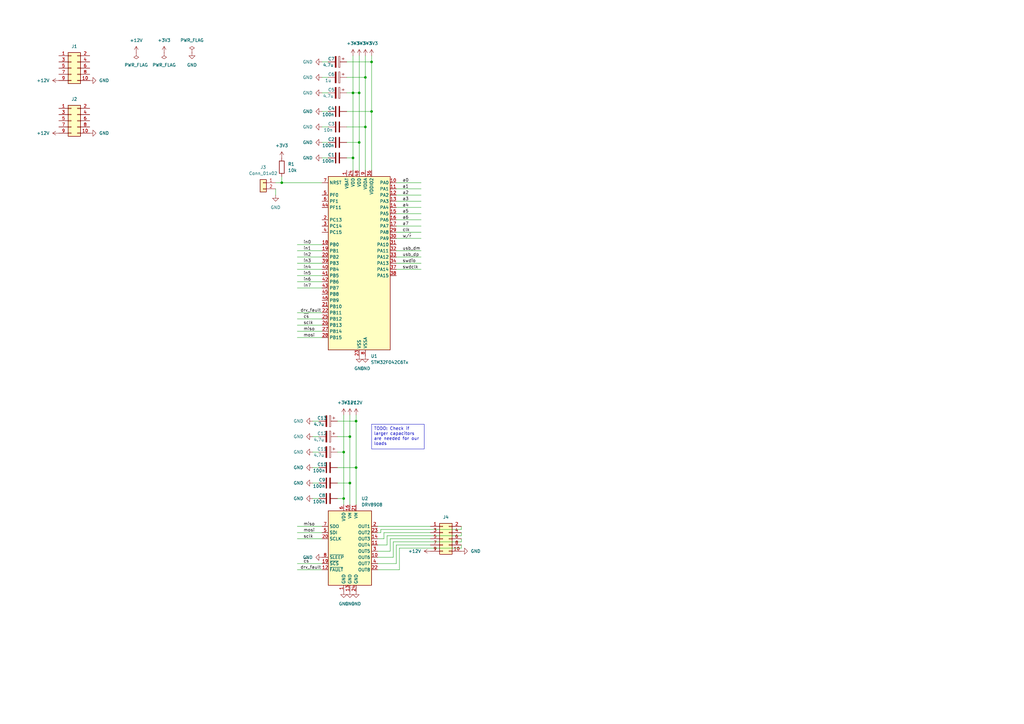
<source format=kicad_sch>
(kicad_sch (version 20230121) (generator eeschema)
  (paper "A3")
  (lib_symbols
    (symbol "Connector_Generic:Conn_01x02" (pin_names (offset 1.016) hide)
      (property "Reference" "J" (at 0 2.54 0))
      (property "Value" "Conn_01x02" (at 0 -5.08 0))
      (symbol "Conn_01x02_1_1"
        (rectangle (start -1.27 -2.413) (end 0 -2.667) (stroke (width 0.1524)))
        (rectangle (start -1.27 0.127) (end 0 -0.127) (stroke (width 0.1524)))
        (rectangle (start -1.27 1.27) (end 1.27 -3.81) (stroke (width 0.254)) (fill (type background)))
        (pin passive line (at -5.08 0 0) (length 3.81) (name "Pin_1") (number "1"))
        (pin passive line (at -5.08 -2.54 0) (length 3.81) (name "Pin_2") (number "2"))
      )
    )
    (symbol "Connector_Generic:Conn_02x05_Odd_Even" (pin_names (offset 1.016) hide)
      (property "Reference" "J" (at 1.27 7.62 0))
      (property "Value" "Conn_02x05_Odd_Even" (at 1.27 -7.62 0))
      (symbol "Conn_02x05_Odd_Even_1_1"
        (rectangle (start -1.27 -4.953) (end 0 -5.207) (stroke (width 0.1524)))
        (rectangle (start -1.27 -2.413) (end 0 -2.667) (stroke (width 0.1524)))
        (rectangle (start -1.27 0.127) (end 0 -0.127) (stroke (width 0.1524)))
        (rectangle (start -1.27 2.667) (end 0 2.413) (stroke (width 0.1524)))
        (rectangle (start -1.27 5.207) (end 0 4.953) (stroke (width 0.1524)))
        (rectangle (start -1.27 6.35) (end 3.81 -6.35) (stroke (width 0.254)) (fill (type background)))
        (rectangle (start 3.81 -4.953) (end 2.54 -5.207) (stroke (width 0.1524)))
        (rectangle (start 3.81 -2.413) (end 2.54 -2.667) (stroke (width 0.1524)))
        (rectangle (start 3.81 0.127) (end 2.54 -0.127) (stroke (width 0.1524)))
        (rectangle (start 3.81 2.667) (end 2.54 2.413) (stroke (width 0.1524)))
        (rectangle (start 3.81 5.207) (end 2.54 4.953) (stroke (width 0.1524)))
        (pin passive line (at -5.08 5.08 0) (length 3.81) (name "Pin_1") (number "1"))
        (pin passive line (at 7.62 -5.08 180) (length 3.81) (name "Pin_10") (number "10"))
        (pin passive line (at 7.62 5.08 180) (length 3.81) (name "Pin_2") (number "2"))
        (pin passive line (at -5.08 2.54 0) (length 3.81) (name "Pin_3") (number "3"))
        (pin passive line (at 7.62 2.54 180) (length 3.81) (name "Pin_4") (number "4"))
        (pin passive line (at -5.08 0 0) (length 3.81) (name "Pin_5") (number "5"))
        (pin passive line (at 7.62 0 180) (length 3.81) (name "Pin_6") (number "6"))
        (pin passive line (at -5.08 -2.54 0) (length 3.81) (name "Pin_7") (number "7"))
        (pin passive line (at 7.62 -2.54 180) (length 3.81) (name "Pin_8") (number "8"))
        (pin passive line (at -5.08 -5.08 0) (length 3.81) (name "Pin_9") (number "9"))
      )
    )
    (symbol "Device:C" (pin_numbers hide) (pin_names (offset 0.254))
      (property "Reference" "C" (at 0.635 2.54 0))
      (property "Value" "C" (at 0.635 -2.54 0))
      (symbol "C_0_1"
        (polyline (pts (xy -2.032 -0.762) (xy 2.032 -0.762)) (stroke (width 0.508)))
        (polyline (pts (xy -2.032 0.762) (xy 2.032 0.762)) (stroke (width 0.508)))
      )
      (symbol "C_1_1"
        (pin passive line (at 0 3.81 270) (length 2.794) (name "~") (number "1"))
        (pin passive line (at 0 -3.81 90) (length 2.794) (name "~") (number "2"))
      )
    )
    (symbol "Device:C_Polarized" (pin_numbers hide) (pin_names (offset 0.254))
      (property "Reference" "C" (at 0.635 2.54 0))
      (property "Value" "C_Polarized" (at 0.635 -2.54 0))
      (symbol "C_Polarized_0_1"
        (rectangle (start -2.286 0.508) (end 2.286 1.016))
        (polyline (pts (xy -1.778 2.286) (xy -0.762 2.286)))
        (polyline (pts (xy -1.27 2.794) (xy -1.27 1.778)))
        (rectangle (start 2.286 -0.508) (end -2.286 -1.016) (fill (type outline)))
      )
      (symbol "C_Polarized_1_1"
        (pin passive line (at 0 3.81 270) (length 2.794) (name "~") (number "1"))
        (pin passive line (at 0 -3.81 90) (length 2.794) (name "~") (number "2"))
      )
    )
    (symbol "Device:R" (pin_numbers hide) (pin_names (offset 0))
      (property "Reference" "R" (at 2.032 0 90))
      (property "Value" "R" (at 0 0 90))
      (symbol "R_0_1"
        (rectangle (start -1.016 -2.54) (end 1.016 2.54) (stroke (width 0.254)))
      )
      (symbol "R_1_1"
        (pin passive line (at 0 3.81 270) (length 1.27) (name "~") (number "1"))
        (pin passive line (at 0 -3.81 90) (length 1.27) (name "~") (number "2"))
      )
    )
    (symbol "MCU_ST_STM32F0:STM32F042C6Tx"
      (property "Reference" "U" (at -12.7 36.83 0))
      (property "Value" "STM32F042C6Tx" (at 7.62 36.83 0))
      (symbol "STM32F042C6Tx_0_1"
        (rectangle (start -12.7 -35.56) (end 12.7 35.56) (stroke (width 0.254)) (fill (type background)))
      )
      (symbol "STM32F042C6Tx_1_1"
        (pin power_in line (at -5.08 38.1 270) (length 2.54) (name "VBAT") (number "1"))
        (pin bidirectional line (at 15.24 33.02 180) (length 2.54) (name "PA0") (number "10"))
        (pin bidirectional line (at 15.24 30.48 180) (length 2.54) (name "PA1") (number "11"))
        (pin bidirectional line (at 15.24 27.94 180) (length 2.54) (name "PA2") (number "12"))
        (pin bidirectional line (at 15.24 25.4 180) (length 2.54) (name "PA3") (number "13"))
        (pin bidirectional line (at 15.24 22.86 180) (length 2.54) (name "PA4") (number "14"))
        (pin bidirectional line (at 15.24 20.32 180) (length 2.54) (name "PA5") (number "15"))
        (pin bidirectional line (at 15.24 17.78 180) (length 2.54) (name "PA6") (number "16"))
        (pin bidirectional line (at 15.24 15.24 180) (length 2.54) (name "PA7") (number "17"))
        (pin bidirectional line (at -15.24 7.62 0) (length 2.54) (name "PB0") (number "18"))
        (pin bidirectional line (at -15.24 5.08 0) (length 2.54) (name "PB1") (number "19"))
        (pin bidirectional line (at -15.24 17.78 0) (length 2.54) (name "PC13") (number "2"))
        (pin bidirectional line (at -15.24 2.54 0) (length 2.54) (name "PB2") (number "20"))
        (pin bidirectional line (at -15.24 -17.78 0) (length 2.54) (name "PB10") (number "21"))
        (pin bidirectional line (at -15.24 -20.32 0) (length 2.54) (name "PB11") (number "22"))
        (pin power_in line (at 0 -38.1 90) (length 2.54) (name "VSS") (number "23"))
        (pin power_in line (at -2.54 38.1 270) (length 2.54) (name "VDD") (number "24"))
        (pin bidirectional line (at -15.24 -22.86 0) (length 2.54) (name "PB12") (number "25"))
        (pin bidirectional line (at -15.24 -25.4 0) (length 2.54) (name "PB13") (number "26"))
        (pin bidirectional line (at -15.24 -27.94 0) (length 2.54) (name "PB14") (number "27"))
        (pin bidirectional line (at -15.24 -30.48 0) (length 2.54) (name "PB15") (number "28"))
        (pin bidirectional line (at 15.24 12.7 180) (length 2.54) (name "PA8") (number "29"))
        (pin bidirectional line (at -15.24 15.24 0) (length 2.54) (name "PC14") (number "3"))
        (pin bidirectional line (at 15.24 10.16 180) (length 2.54) (name "PA9") (number "30"))
        (pin bidirectional line (at 15.24 7.62 180) (length 2.54) (name "PA10") (number "31"))
        (pin bidirectional line (at 15.24 5.08 180) (length 2.54) (name "PA11") (number "32"))
        (pin bidirectional line (at 15.24 2.54 180) (length 2.54) (name "PA12") (number "33"))
        (pin bidirectional line (at 15.24 0 180) (length 2.54) (name "PA13") (number "34"))
        (pin passive line (at 0 -38.1 90) (length 2.54) hide (name "VSS") (number "35"))
        (pin power_in line (at 5.08 38.1 270) (length 2.54) (name "VDDIO2") (number "36"))
        (pin bidirectional line (at 15.24 -2.54 180) (length 2.54) (name "PA14") (number "37"))
        (pin bidirectional line (at 15.24 -5.08 180) (length 2.54) (name "PA15") (number "38"))
        (pin bidirectional line (at -15.24 0 0) (length 2.54) (name "PB3") (number "39"))
        (pin bidirectional line (at -15.24 12.7 0) (length 2.54) (name "PC15") (number "4"))
        (pin bidirectional line (at -15.24 -2.54 0) (length 2.54) (name "PB4") (number "40"))
        (pin bidirectional line (at -15.24 -5.08 0) (length 2.54) (name "PB5") (number "41"))
        (pin bidirectional line (at -15.24 -7.62 0) (length 2.54) (name "PB6") (number "42"))
        (pin bidirectional line (at -15.24 -10.16 0) (length 2.54) (name "PB7") (number "43"))
        (pin bidirectional line (at -15.24 22.86 0) (length 2.54) (name "PF11") (number "44"))
        (pin bidirectional line (at -15.24 -12.7 0) (length 2.54) (name "PB8") (number "45"))
        (pin bidirectional line (at -15.24 -15.24 0) (length 2.54) (name "PB9") (number "46"))
        (pin passive line (at 0 -38.1 90) (length 2.54) hide (name "VSS") (number "47"))
        (pin power_in line (at 0 38.1 270) (length 2.54) (name "VDD") (number "48"))
        (pin bidirectional line (at -15.24 27.94 0) (length 2.54) (name "PF0") (number "5"))
        (pin bidirectional line (at -15.24 25.4 0) (length 2.54) (name "PF1") (number "6"))
        (pin input line (at -15.24 33.02 0) (length 2.54) (name "NRST") (number "7"))
        (pin power_in line (at 2.54 -38.1 90) (length 2.54) (name "VSSA") (number "8"))
        (pin power_in line (at 2.54 38.1 270) (length 2.54) (name "VDDA") (number "9"))
      )
    )
    (symbol "drv8908:DRV8908"
      (property "Reference" "U" (at 5.08 -17.78 0))
      (property "Value" "DRV8908" (at 5.08 -20.32 0))
      (symbol "DRV8908_1_1"
        (rectangle (start -8.89 15.24) (end 8.89 -15.24) (stroke (width 0.254)) (fill (type background)))
        (pin passive line (at -2.54 -17.78 90) (length 2.54) (name "GND") (number "1"))
        (pin output line (at 11.43 -3.81 180) (length 2.54) (name "OUT6") (number "10"))
        (pin output line (at 11.43 1.27 180) (length 2.54) (name "OUT4") (number "11"))
        (pin output line (at -11.43 -8.89 0) (length 2.54) (name "~{FAULT}") (number "12"))
        (pin passive line (at 0 -17.78 90) (length 2.54) (name "GND") (number "13"))
        (pin output line (at 11.43 3.81 180) (length 2.54) (name "OUT3") (number "14"))
        (pin power_in line (at 0 17.78 270) (length 2.54) (name "VM") (number "16"))
        (pin input line (at -11.43 -6.35 0) (length 2.54) (name "~{SCS}") (number "19"))
        (pin output line (at 11.43 8.89 180) (length 2.54) (name "OUT1") (number "2"))
        (pin input line (at -11.43 3.81 0) (length 2.54) (name "SCLK") (number "20"))
        (pin power_in line (at 2.54 17.78 270) (length 2.54) (name "VM") (number "21"))
        (pin output line (at 11.43 -8.89 180) (length 2.54) (name "OUT8") (number "22"))
        (pin output line (at 11.43 6.35 180) (length 2.54) (name "OUT2") (number "23"))
        (pin passive line (at 2.54 -17.78 90) (length 2.54) (name "GND") (number "24"))
        (pin output line (at 11.43 -1.27 180) (length 2.54) (name "OUT5") (number "3"))
        (pin output line (at 11.43 -6.35 180) (length 2.54) (name "OUT7") (number "4"))
        (pin input line (at -11.43 6.35 0) (length 2.54) (name "SDI") (number "5"))
        (pin power_in line (at -2.54 17.78 270) (length 2.54) (name "VDD") (number "6"))
        (pin output line (at -11.43 8.89 0) (length 2.54) (name "SDO") (number "7"))
        (pin input line (at -11.43 -3.81 0) (length 2.54) (name "~{SLEEP}") (number "8"))
      )
    )
    (symbol "power:+12V" (power) (pin_names (offset 0))
      (property "Value" "+12V" (at 0 3.556 0))
      (symbol "+12V_0_1"
        (polyline (pts (xy -0.762 1.27) (xy 0 2.54)))
        (polyline (pts (xy 0 0) (xy 0 2.54)))
        (polyline (pts (xy 0 2.54) (xy 0.762 1.27)))
      )
      (symbol "+12V_1_1"
        (pin power_in line (at 0 0 90) (length 0) hide (name "+12V") (number "1"))
      )
    )
    (symbol "power:+3V3" (power) (pin_names (offset 0))
      (property "Value" "+3V3" (at 0 3.556 0))
      (symbol "+3V3_0_1"
        (polyline (pts (xy -0.762 1.27) (xy 0 2.54)))
        (polyline (pts (xy 0 0) (xy 0 2.54)))
        (polyline (pts (xy 0 2.54) (xy 0.762 1.27)))
      )
      (symbol "+3V3_1_1"
        (pin power_in line (at 0 0 90) (length 0) hide (name "+3V3") (number "1"))
      )
    )
    (symbol "power:GND" (power) (pin_names (offset 0))
      (property "Value" "GND" (at 0 -3.81 0))
      (symbol "GND_0_1"
        (polyline (pts (xy 0 0) (xy 0 -1.27) (xy 1.27 -1.27) (xy 0 -2.54) (xy -1.27 -1.27) (xy 0 -1.27)))
      )
      (symbol "GND_1_1"
        (pin power_in line (at 0 0 270) (length 0) hide (name "GND") (number "1"))
      )
    )
    (symbol "power:PWR_FLAG" (power) (pin_numbers hide) (pin_names (offset 0) hide)
      (property "Value" "PWR_FLAG" (at 0 3.81 0))
      (symbol "PWR_FLAG_0_0"
        (pin power_out line (at 0 0 90) (length 0) (name "pwr") (number "1"))
      )
      (symbol "PWR_FLAG_0_1"
        (polyline (pts (xy 0 0) (xy 0 1.27) (xy -1.016 1.905) (xy 0 2.54) (xy 1.016 1.905) (xy 0 1.27)))
      )
    )
  )
  (junction (at 144.78 38.1))
  (junction (at 143.51 179.07))
  (junction (at 147.32 58.42))
  (junction (at 143.51 198.12))
  (junction (at 115.57 74.93))
  (junction (at 140.97 204.47))
  (junction (at 140.97 185.42))
  (junction (at 147.32 38.1))
  (junction (at 146.05 191.77))
  (junction (at 149.86 52.07))
  (junction (at 152.4 45.72))
  (junction (at 149.86 31.75))
  (junction (at 146.05 172.72))
  (junction (at 152.4 25.4))
  (junction (at 144.78 64.77))
  (wire (pts (xy 121.92 110.49) (xy 132.08 110.49)))
  (wire (pts (xy 138.43 185.42) (xy 140.97 185.42)))
  (wire (pts (xy 161.29 222.25) (xy 189.23 222.25)))
  (wire (pts (xy 142.24 64.77) (xy 144.78 64.77)))
  (wire (pts (xy 160.02 226.06) (xy 160.02 220.98)))
  (wire (pts (xy 121.92 135.89) (xy 132.08 135.89)))
  (wire (pts (xy 128.27 172.72) (xy 130.81 172.72)))
  (wire (pts (xy 152.4 25.4) (xy 152.4 45.72)))
  (wire (pts (xy 157.48 218.44) (xy 176.53 218.44)))
  (wire (pts (xy 143.51 170.18) (xy 143.51 179.07)))
  (wire (pts (xy 140.97 170.18) (xy 140.97 185.42)))
  (wire (pts (xy 163.83 224.79) (xy 189.23 224.79)))
  (wire (pts (xy 162.56 97.79) (xy 172.72 97.79)))
  (wire (pts (xy 161.29 228.6) (xy 161.29 222.25)))
  (wire (pts (xy 121.92 107.95) (xy 132.08 107.95)))
  (wire (pts (xy 121.92 138.43) (xy 132.08 138.43)))
  (wire (pts (xy 146.05 172.72) (xy 146.05 191.77)))
  (wire (pts (xy 142.24 52.07) (xy 149.86 52.07)))
  (wire (pts (xy 149.86 31.75) (xy 149.86 52.07)))
  (wire (pts (xy 189.23 217.17) (xy 189.23 215.9)))
  (wire (pts (xy 154.94 218.44) (xy 156.21 218.44)))
  (wire (pts (xy 189.23 222.25) (xy 189.23 220.98)))
  (wire (pts (xy 121.92 128.27) (xy 132.08 128.27)))
  (wire (pts (xy 162.56 102.87) (xy 172.72 102.87)))
  (wire (pts (xy 189.23 224.79) (xy 189.23 223.52)))
  (wire (pts (xy 142.24 25.4) (xy 152.4 25.4)))
  (wire (pts (xy 121.92 113.03) (xy 132.08 113.03)))
  (wire (pts (xy 149.86 22.86) (xy 149.86 31.75)))
  (wire (pts (xy 144.78 22.86) (xy 144.78 38.1)))
  (wire (pts (xy 121.92 220.98) (xy 132.08 220.98)))
  (wire (pts (xy 162.56 231.14) (xy 162.56 223.52)))
  (wire (pts (xy 162.56 92.71) (xy 172.72 92.71)))
  (wire (pts (xy 189.23 219.71) (xy 189.23 218.44)))
  (wire (pts (xy 132.08 58.42) (xy 134.62 58.42)))
  (wire (pts (xy 154.94 220.98) (xy 157.48 220.98)))
  (wire (pts (xy 152.4 45.72) (xy 152.4 69.85)))
  (wire (pts (xy 147.32 38.1) (xy 147.32 58.42)))
  (wire (pts (xy 163.83 233.68) (xy 163.83 224.79)))
  (wire (pts (xy 154.94 215.9) (xy 176.53 215.9)))
  (wire (pts (xy 121.92 215.9) (xy 132.08 215.9)))
  (wire (pts (xy 113.03 77.47) (xy 113.03 80.01)))
  (wire (pts (xy 121.92 118.11) (xy 132.08 118.11)))
  (wire (pts (xy 128.27 204.47) (xy 130.81 204.47)))
  (wire (pts (xy 113.03 74.93) (xy 115.57 74.93)))
  (wire (pts (xy 152.4 22.86) (xy 152.4 25.4)))
  (wire (pts (xy 128.27 198.12) (xy 130.81 198.12)))
  (wire (pts (xy 154.94 233.68) (xy 163.83 233.68)))
  (wire (pts (xy 115.57 74.93) (xy 115.57 72.39)))
  (wire (pts (xy 156.21 218.44) (xy 156.21 217.17)))
  (wire (pts (xy 162.56 74.93) (xy 172.72 74.93)))
  (wire (pts (xy 132.08 74.93) (xy 115.57 74.93)))
  (wire (pts (xy 140.97 185.42) (xy 140.97 204.47)))
  (wire (pts (xy 147.32 22.86) (xy 147.32 38.1)))
  (wire (pts (xy 138.43 204.47) (xy 140.97 204.47)))
  (wire (pts (xy 121.92 130.81) (xy 132.08 130.81)))
  (wire (pts (xy 128.27 185.42) (xy 130.81 185.42)))
  (wire (pts (xy 160.02 220.98) (xy 176.53 220.98)))
  (wire (pts (xy 162.56 90.17) (xy 172.72 90.17)))
  (wire (pts (xy 157.48 220.98) (xy 157.48 218.44)))
  (wire (pts (xy 162.56 77.47) (xy 172.72 77.47)))
  (wire (pts (xy 132.08 38.1) (xy 134.62 38.1)))
  (wire (pts (xy 140.97 204.47) (xy 140.97 207.01)))
  (wire (pts (xy 162.56 80.01) (xy 172.72 80.01)))
  (wire (pts (xy 143.51 198.12) (xy 143.51 207.01)))
  (wire (pts (xy 154.94 228.6) (xy 161.29 228.6)))
  (wire (pts (xy 158.75 223.52) (xy 158.75 219.71)))
  (wire (pts (xy 162.56 107.95) (xy 172.72 107.95)))
  (wire (pts (xy 144.78 64.77) (xy 144.78 69.85)))
  (wire (pts (xy 146.05 191.77) (xy 146.05 207.01)))
  (wire (pts (xy 158.75 219.71) (xy 189.23 219.71)))
  (wire (pts (xy 162.56 87.63) (xy 172.72 87.63)))
  (wire (pts (xy 162.56 85.09) (xy 172.72 85.09)))
  (wire (pts (xy 121.92 133.35) (xy 132.08 133.35)))
  (wire (pts (xy 144.78 38.1) (xy 147.32 38.1)))
  (wire (pts (xy 142.24 58.42) (xy 147.32 58.42)))
  (wire (pts (xy 142.24 31.75) (xy 149.86 31.75)))
  (wire (pts (xy 138.43 172.72) (xy 146.05 172.72)))
  (wire (pts (xy 138.43 179.07) (xy 143.51 179.07)))
  (wire (pts (xy 147.32 58.42) (xy 147.32 69.85)))
  (wire (pts (xy 162.56 110.49) (xy 172.72 110.49)))
  (wire (pts (xy 128.27 191.77) (xy 130.81 191.77)))
  (wire (pts (xy 154.94 231.14) (xy 162.56 231.14)))
  (wire (pts (xy 121.92 105.41) (xy 132.08 105.41)))
  (wire (pts (xy 132.08 25.4) (xy 134.62 25.4)))
  (wire (pts (xy 162.56 95.25) (xy 172.72 95.25)))
  (wire (pts (xy 154.94 223.52) (xy 158.75 223.52)))
  (wire (pts (xy 121.92 233.68) (xy 132.08 233.68)))
  (wire (pts (xy 143.51 179.07) (xy 143.51 198.12)))
  (wire (pts (xy 142.24 45.72) (xy 152.4 45.72)))
  (wire (pts (xy 144.78 38.1) (xy 144.78 64.77)))
  (wire (pts (xy 138.43 191.77) (xy 146.05 191.77)))
  (wire (pts (xy 121.92 218.44) (xy 132.08 218.44)))
  (wire (pts (xy 162.56 223.52) (xy 176.53 223.52)))
  (wire (pts (xy 146.05 170.18) (xy 146.05 172.72)))
  (wire (pts (xy 138.43 198.12) (xy 143.51 198.12)))
  (wire (pts (xy 121.92 102.87) (xy 132.08 102.87)))
  (wire (pts (xy 142.24 38.1) (xy 144.78 38.1)))
  (wire (pts (xy 156.21 217.17) (xy 189.23 217.17)))
  (wire (pts (xy 121.92 231.14) (xy 132.08 231.14)))
  (wire (pts (xy 162.56 105.41) (xy 172.72 105.41)))
  (wire (pts (xy 154.94 226.06) (xy 160.02 226.06)))
  (wire (pts (xy 132.08 45.72) (xy 134.62 45.72)))
  (wire (pts (xy 128.27 179.07) (xy 130.81 179.07)))
  (wire (pts (xy 149.86 52.07) (xy 149.86 69.85)))
  (wire (pts (xy 121.92 100.33) (xy 132.08 100.33)))
  (wire (pts (xy 121.92 115.57) (xy 132.08 115.57)))
  (wire (pts (xy 132.08 52.07) (xy 134.62 52.07)))
  (wire (pts (xy 132.08 31.75) (xy 134.62 31.75)))
  (wire (pts (xy 162.56 82.55) (xy 172.72 82.55)))
  (wire (pts (xy 132.08 64.77) (xy 134.62 64.77)))
  (text_box "TODO: Check if larger capacitors are needed for our loads" (at 152.4 173.99 0) (size 21.59 10.16) (effects (font (size 1.27 1.27)) (justify left top)))
  (label "a3" (at 165.1 82.55 0))
  (label "~{cs}" (at 124.46 231.14 0))
  (label "swdclk" (at 165.1 110.49 0))
  (label "in4" (at 124.46 110.49 0))
  (label "in0" (at 124.46 100.33 0))
  (label "a0" (at 165.1 74.93 0))
  (label "in7" (at 124.46 118.11 0))
  (label "a4" (at 165.1 85.09 0))
  (label "usb_dp" (at 165.1 105.41 0))
  (label "drv_fault" (at 123.19 233.68 0))
  (label "clk" (at 165.1 95.25 0))
  (label "in5" (at 124.46 113.03 0))
  (label "in2" (at 124.46 105.41 0))
  (label "sclk" (at 124.46 220.98 0))
  (label "sclk" (at 124.46 133.35 0))
  (label "mosi" (at 124.46 218.44 0))
  (label "a6" (at 165.1 90.17 0))
  (label "a2" (at 165.1 80.01 0))
  (label "in6" (at 124.46 115.57 0))
  (label "drv_fault" (at 123.19 128.27 0))
  (label "w{slash}~{r}" (at 165.1 97.79 0))
  (label "a7" (at 165.1 92.71 0))
  (label "in1" (at 124.46 102.87 0))
  (label "miso" (at 124.46 135.89 0))
  (label "a1" (at 165.1 77.47 0))
  (label "miso" (at 124.46 215.9 0))
  (label "in3" (at 124.46 107.95 0))
  (label "mosi" (at 124.46 138.43 0))
  (label "swdio" (at 165.1 107.95 0))
  (label "~{cs}" (at 124.46 130.81 0))
  (label "a5" (at 165.1 87.63 0))
  (label "usb_dm" (at 165.1 102.87 0))
  (symbol (lib_id "power:+12V") (at 24.13 33.02 90) (unit 1)
    (property "Reference" "#PWR01" (effects hide))
    (property "Value" "+12V" (at 20.32 33.02 90) (effects (justify left)))
  )
  (symbol (lib_id "power:+3V3") (at 115.57 64.77 0) (unit 1)
    (property "Reference" "#PWR022" (effects hide))
    (property "Value" "+3V3" (at 115.57 59.69 0))
  )
  (symbol (lib_id "power:PWR_FLAG") (at 67.31 21.59 180) (unit 1)
    (property "Reference" "#FLG04" (effects hide))
    (property "Value" "PWR_FLAG" (at 67.31 26.67 0))
  )
  (symbol (lib_id "Connector_Generic:Conn_02x05_Odd_Even") (at 29.21 49.53 0) (unit 1)
    (property "Reference" "J2" (at 30.48 40.64 0))
    (property "Value" "BHR-10-VUA" (effects hide))
    (property "Footprint" "Connector_IDC:IDC-Header_2x05_P2.54mm_Vertical" (effects hide))
    (property "Datasheet" "https://app.adam-tech.com/products/download/data_sheet/203218/bhr-xx-vua-data-sheet.pdf" (effects hide))
  )
  (symbol (lib_id "power:+3V3") (at 147.32 22.86 0) (unit 1)
    (property "Reference" "#PWR012" (effects hide))
    (property "Value" "+3V3" (at 147.32 17.78 0))
  )
  (symbol (lib_id "power:+12V") (at 176.53 226.06 90) (unit 1)
    (property "Reference" "#PWR035" (effects hide))
    (property "Value" "+12V" (at 172.72 226.06 90) (effects (justify left)))
  )
  (symbol (lib_id "power:GND") (at 128.27 191.77 270) (unit 1)
    (property "Reference" "#PWR031" (effects hide))
    (property "Value" "GND" (at 124.46 191.77 90) (effects (justify right)))
  )
  (symbol (lib_id "Device:C_Polarized") (at 138.43 38.1 270) (unit 1)
    (property "Reference" "C5" (at 135.89 36.83 90))
    (property "Value" "4.7u" (at 134.62 39.37 90))
    (property "Footprint" "Capacitor_THT:CP_Radial_D10.0mm_P5.00mm" (effects hide))
  )
  (symbol (lib_id "power:GND") (at 128.27 204.47 270) (unit 1)
    (property "Reference" "#PWR07" (effects hide))
    (property "Value" "GND" (at 124.46 204.47 90) (effects (justify right)))
  )
  (symbol (lib_id "power:GND") (at 132.08 25.4 270) (unit 1)
    (property "Reference" "#PWR021" (effects hide))
    (property "Value" "GND" (at 128.27 25.4 90) (effects (justify right)))
  )
  (symbol (lib_id "Device:C") (at 138.43 45.72 90) (unit 1)
    (property "Reference" "C4" (at 135.89 44.45 90))
    (property "Value" "100n" (at 134.62 46.99 90))
    (property "Footprint" "Capacitor_SMD:C_0805_2012Metric_Pad1.18x1.45mm_HandSolder" (effects hide))
  )
  (symbol (lib_id "power:PWR_FLAG") (at 55.88 21.59 180) (unit 1)
    (property "Reference" "#FLG01" (effects hide))
    (property "Value" "PWR_FLAG" (at 55.88 26.67 0))
  )
  (symbol (lib_id "Connector_Generic:Conn_01x02") (at 107.95 74.93 0) (mirror y) (unit 1)
    (property "Reference" "J3" (at 107.95 68.58 0))
    (property "Value" "Conn_01x02" (at 107.95 71.12 0))
    (property "Footprint" "Connector_PinHeader_2.54mm:PinHeader_2x01_P2.54mm_Vertical" (effects hide))
  )
  (symbol (lib_id "Device:C") (at 134.62 191.77 90) (unit 1)
    (property "Reference" "C10" (at 132.08 190.5 90))
    (property "Value" "100n" (at 130.81 193.04 90))
    (property "Footprint" "Capacitor_SMD:C_0805_2012Metric_Pad1.18x1.45mm_HandSolder" (effects hide))
  )
  (symbol (lib_id "power:GND") (at 132.08 52.07 270) (unit 1)
    (property "Reference" "#PWR017" (effects hide))
    (property "Value" "GND" (at 128.27 52.07 90) (effects (justify right)))
  )
  (symbol (lib_id "power:GND") (at 143.51 242.57 0) (unit 1)
    (property "Reference" "#PWR028" (effects hide))
    (property "Value" "GND" (at 143.51 247.65 0))
  )
  (symbol (lib_id "Connector_Generic:Conn_02x05_Odd_Even") (at 181.61 220.98 0) (unit 1)
    (property "Reference" "J4" (at 182.88 212.09 0))
    (property "Value" "BHR-10-VUA" (effects hide))
    (property "Footprint" "Connector_IDC:IDC-Header_2x05_P2.54mm_Vertical" (effects hide))
    (property "Datasheet" "https://app.adam-tech.com/products/download/data_sheet/203218/bhr-xx-vua-data-sheet.pdf" (effects hide))
  )
  (symbol (lib_id "power:+3V3") (at 140.97 170.18 0) (unit 1)
    (property "Reference" "#PWR024" (effects hide))
    (property "Value" "+3V3" (at 140.97 165.1 0))
  )
  (symbol (lib_id "power:GND") (at 149.86 146.05 0) (unit 1)
    (property "Reference" "#PWR010" (effects hide))
    (property "Value" "GND" (at 149.86 151.13 0))
  )
  (symbol (lib_id "Device:C") (at 138.43 58.42 90) (unit 1)
    (property "Reference" "C2" (at 135.89 57.15 90))
    (property "Value" "100n" (at 134.62 59.69 90))
    (property "Footprint" "Capacitor_SMD:C_0805_2012Metric_Pad1.18x1.45mm_HandSolder" (effects hide))
  )
  (symbol (lib_id "drv8908:DRV8908") (at 143.51 224.79 0) (unit 1)
    (property "Reference" "U2" (at 148.2441 204.47 0) (effects (justify left)))
    (property "Value" "DRV8908" (at 148.2441 207.01 0) (effects (justify left)))
    (property "Footprint" "Package_SO:HTSSOP-24-1EP_4.4x7.8mm_P0.65mm_EP3.4x7.8mm_Mask2.4x4.68mm_ThermalVias" (effects hide))
  )
  (symbol (lib_id "power:GND") (at 132.08 64.77 270) (unit 1)
    (property "Reference" "#PWR015" (effects hide))
    (property "Value" "GND" (at 128.27 64.77 90) (effects (justify right)))
  )
  (symbol (lib_id "Connector_Generic:Conn_02x05_Odd_Even") (at 29.21 27.94 0) (unit 1)
    (property "Reference" "J1" (at 30.48 19.05 0))
    (property "Value" "BHR-10-VUA" (effects hide))
    (property "Footprint" "Connector_IDC:IDC-Header_2x05_P2.54mm_Vertical" (effects hide))
    (property "Datasheet" "https://app.adam-tech.com/products/download/data_sheet/203218/bhr-xx-vua-data-sheet.pdf" (effects hide))
  )
  (symbol (lib_id "Device:C_Polarized") (at 138.43 25.4 270) (unit 1)
    (property "Reference" "C7" (at 135.89 24.13 90))
    (property "Value" "4.7u" (at 134.62 26.67 90))
    (property "Footprint" "Capacitor_THT:CP_Radial_D10.0mm_P5.00mm" (effects hide))
  )
  (symbol (lib_id "Device:C_Polarized") (at 134.62 172.72 270) (unit 1)
    (property "Reference" "C13" (at 132.08 171.45 90))
    (property "Value" "4.7u" (at 130.81 173.99 90))
    (property "Footprint" "Capacitor_THT:CP_Radial_D10.0mm_P5.00mm" (effects hide))
  )
  (symbol (lib_id "power:GND") (at 132.08 38.1 270) (unit 1)
    (property "Reference" "#PWR019" (effects hide))
    (property "Value" "GND" (at 128.27 38.1 90) (effects (justify right)))
  )
  (symbol (lib_id "power:GND") (at 147.32 146.05 0) (unit 1)
    (property "Reference" "#PWR09" (effects hide))
    (property "Value" "GND" (at 147.32 151.13 0))
  )
  (symbol (lib_id "power:GND") (at 140.97 242.57 0) (unit 1)
    (property "Reference" "#PWR027" (effects hide))
    (property "Value" "GND" (at 140.97 247.65 0))
  )
  (symbol (lib_id "power:GND") (at 132.08 31.75 270) (unit 1)
    (property "Reference" "#PWR020" (effects hide))
    (property "Value" "GND" (at 128.27 31.75 90) (effects (justify right)))
  )
  (symbol (lib_id "Device:R") (at 115.57 68.58 0) (unit 1)
    (property "Reference" "R1" (at 118.11 67.31 0) (effects (justify left)))
    (property "Value" "10k" (at 118.11 69.85 0) (effects (justify left)))
    (property "Footprint" "Resistor_SMD:R_0805_2012Metric_Pad1.20x1.40mm_HandSolder" (effects hide))
  )
  (symbol (lib_id "power:+12V") (at 146.05 170.18 0) (unit 1)
    (property "Reference" "#PWR026" (effects hide))
    (property "Value" "+12V" (at 146.05 165.151 0))
  )
  (symbol (lib_id "power:GND") (at 113.03 80.01 0) (unit 1)
    (property "Reference" "#PWR023" (effects hide))
    (property "Value" "GND" (at 113.03 85.09 0))
  )
  (symbol (lib_id "power:+12V") (at 143.51 170.18 0) (unit 1)
    (property "Reference" "#PWR025" (effects hide))
    (property "Value" "+12V" (at 143.51 165.151 0))
  )
  (symbol (lib_id "power:GND") (at 132.08 58.42 270) (unit 1)
    (property "Reference" "#PWR016" (effects hide))
    (property "Value" "GND" (at 128.27 58.42 90) (effects (justify right)))
  )
  (symbol (lib_id "power:GND") (at 189.23 226.06 90) (unit 1)
    (property "Reference" "#PWR036" (effects hide))
    (property "Value" "GND" (at 193.04 226.06 90) (effects (justify right)))
  )
  (symbol (lib_id "power:+3V3") (at 67.31 21.59 0) (unit 1)
    (property "Reference" "#PWR08" (effects hide))
    (property "Value" "+3V3" (at 67.31 16.51 0))
  )
  (symbol (lib_id "power:GND") (at 128.27 198.12 270) (unit 1)
    (property "Reference" "#PWR030" (effects hide))
    (property "Value" "GND" (at 124.46 198.12 90) (effects (justify right)))
  )
  (symbol (lib_id "power:+3V3") (at 144.78 22.86 0) (unit 1)
    (property "Reference" "#PWR011" (effects hide))
    (property "Value" "+3V3" (at 144.78 17.78 0))
  )
  (symbol (lib_id "power:PWR_FLAG") (at 78.74 21.59 0) (unit 1)
    (property "Reference" "#FLG02" (effects hide))
    (property "Value" "PWR_FLAG" (at 78.74 16.51 0))
  )
  (symbol (lib_id "power:GND") (at 132.08 45.72 270) (unit 1)
    (property "Reference" "#PWR018" (effects hide))
    (property "Value" "GND" (at 128.27 45.72 90) (effects (justify right)))
  )
  (symbol (lib_id "power:GND") (at 36.83 33.02 90) (unit 1)
    (property "Reference" "#PWR02" (effects hide))
    (property "Value" "GND" (at 40.64 33.02 90) (effects (justify right)))
  )
  (symbol (lib_id "Device:C") (at 138.43 52.07 90) (unit 1)
    (property "Reference" "C3" (at 135.89 50.8 90))
    (property "Value" "10n" (at 134.62 53.34 90))
    (property "Footprint" "Capacitor_SMD:C_0805_2012Metric_Pad1.18x1.45mm_HandSolder" (effects hide))
  )
  (symbol (lib_id "power:GND") (at 128.27 185.42 270) (unit 1)
    (property "Reference" "#PWR032" (effects hide))
    (property "Value" "GND" (at 124.46 185.42 90) (effects (justify right)))
  )
  (symbol (lib_id "power:GND") (at 132.08 228.6 270) (unit 1)
    (property "Reference" "#PWR037" (effects hide))
    (property "Value" "GND" (at 128.27 228.6 90) (effects (justify right)))
  )
  (symbol (lib_id "MCU_ST_STM32F0:STM32F042C6Tx") (at 147.32 107.95 0) (unit 1)
    (property "Reference" "U1" (at 152.0541 146.05 0) (effects (justify left)))
    (property "Value" "STM32F042C6Tx" (at 152.0541 148.59 0) (effects (justify left)))
    (property "Footprint" "Package_QFP:LQFP-48_7x7mm_P0.5mm" (effects hide))
    (property "Datasheet" "https://www.st.com/resource/en/datasheet/stm32f042c6.pdf" (effects hide))
  )
  (symbol (lib_id "Device:C_Polarized") (at 138.43 31.75 270) (unit 1)
    (property "Reference" "C6" (at 135.89 30.48 90))
    (property "Value" "1u" (at 134.62 33.02 90))
    (property "Footprint" "Capacitor_THT:CP_Radial_D10.0mm_P5.00mm" (effects hide))
  )
  (symbol (lib_id "power:GND") (at 128.27 172.72 270) (unit 1)
    (property "Reference" "#PWR034" (effects hide))
    (property "Value" "GND" (at 124.46 172.72 90) (effects (justify right)))
  )
  (symbol (lib_id "power:GND") (at 146.05 242.57 0) (unit 1)
    (property "Reference" "#PWR029" (effects hide))
    (property "Value" "GND" (at 146.05 247.65 0))
  )
  (symbol (lib_id "power:GND") (at 128.27 179.07 270) (unit 1)
    (property "Reference" "#PWR033" (effects hide))
    (property "Value" "GND" (at 124.46 179.07 90) (effects (justify right)))
  )
  (symbol (lib_id "power:+12V") (at 55.88 21.59 0) (unit 1)
    (property "Reference" "#PWR05" (effects hide))
    (property "Value" "+12V" (at 55.88 16.561 0))
  )
  (symbol (lib_id "power:GND") (at 36.83 54.61 90) (unit 1)
    (property "Reference" "#PWR04" (effects hide))
    (property "Value" "GND" (at 40.64 54.61 90) (effects (justify right)))
  )
  (symbol (lib_id "Device:C") (at 134.62 204.47 90) (unit 1)
    (property "Reference" "C8" (at 132.08 203.2 90))
    (property "Value" "100n" (at 130.81 205.74 90))
    (property "Footprint" "Capacitor_SMD:C_0805_2012Metric_Pad1.18x1.45mm_HandSolder" (effects hide))
  )
  (symbol (lib_id "Device:C") (at 134.62 198.12 90) (unit 1)
    (property "Reference" "C9" (at 132.08 196.85 90))
    (property "Value" "100n" (at 130.81 199.39 90))
    (property "Footprint" "Capacitor_SMD:C_0805_2012Metric_Pad1.18x1.45mm_HandSolder" (effects hide))
  )
  (symbol (lib_id "Device:C") (at 138.43 64.77 90) (unit 1)
    (property "Reference" "C1" (at 135.89 63.5 90))
    (property "Value" "100n" (at 134.62 66.04 90))
    (property "Footprint" "Capacitor_SMD:C_0805_2012Metric_Pad1.18x1.45mm_HandSolder" (effects hide))
  )
  (symbol (lib_id "power:+12V") (at 24.13 54.61 90) (unit 1)
    (property "Reference" "#PWR03" (effects hide))
    (property "Value" "+12V" (at 20.32 54.61 90) (effects (justify left)))
  )
  (symbol (lib_id "Device:C_Polarized") (at 134.62 179.07 270) (unit 1)
    (property "Reference" "C12" (at 132.08 177.8 90))
    (property "Value" "4.7u" (at 130.81 180.34 90))
    (property "Footprint" "Capacitor_THT:CP_Radial_D10.0mm_P5.00mm" (effects hide))
  )
  (symbol (lib_id "power:GND") (at 78.74 21.59 0) (unit 1)
    (property "Reference" "#PWR06" (effects hide))
    (property "Value" "GND" (at 78.74 26.67 0))
  )
  (symbol (lib_id "power:+3V3") (at 152.4 22.86 0) (unit 1)
    (property "Reference" "#PWR014" (effects hide))
    (property "Value" "+3V3" (at 152.4 17.78 0))
  )
  (symbol (lib_id "Device:C_Polarized") (at 134.62 185.42 270) (unit 1)
    (property "Reference" "C11" (at 132.08 184.15 90))
    (property "Value" "4.7u" (at 130.81 186.69 90))
    (property "Footprint" "Capacitor_THT:CP_Radial_D10.0mm_P5.00mm" (effects hide))
  )
  (symbol (lib_id "power:+3V3") (at 149.86 22.86 0) (unit 1)
    (property "Reference" "#PWR013" (effects hide))
    (property "Value" "+3V3" (at 149.86 17.78 0))
  )
)
</source>
